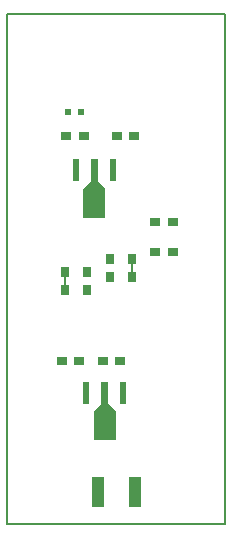
<source format=gbr>
G71*
G90*
G04 Quadcept GERBER*
%MOMM*%
%FSLAX44Y44*%
%ADD10C,0.2*%
%ADD11R,0.6X0.6*%
%ADD12R,0.2X0.8*%
%ADD13R,0.53X1.9*%
%ADD14R,0.8X0.9*%
%ADD15R,0.9X0.8*%
%ADD16R,1.1X2.5*%
G75*
G36*
G01X-0202Y-145005D02*
G01X-18998Y-145005D01*
G01X-18998Y-120621D01*
G01X-12648Y-114271D01*
G01X-12648Y-110715D01*
G01X-12600Y-110715D01*
G01X-12600Y-95500D01*
G01X-6600Y-95500D01*
G01X-6600Y-110715D01*
G01X-6552Y-110715D01*
G01X-6552Y-114271D01*
G01X-0202Y-120621D01*
G01X-0202Y-145005D01*
G37*
G36*
G01X-9202Y43395D02*
G01X-27998Y43395D01*
G01X-27998Y67779D01*
G01X-21648Y74129D01*
G01X-21648Y77685D01*
G01X-21600Y77685D01*
G01X-21600Y92900D01*
G01X-15600Y92900D01*
G01X-15600Y77685D01*
G01X-15552Y77685D01*
G01X-15552Y74129D01*
G01X-9202Y67779D01*
G01X-9202Y43395D01*
G37*
G54D10*
G01X-92710Y-215900D02*
G01X92290Y-215900D01*
G01X92290Y-215900D02*
G01X92290Y215900D01*
G01X92290Y215900D02*
G01X-92710Y215900D01*
G01X-92710Y215900D02*
G01X-92710Y-215900D01*
G54D11*
X-40714Y132834D03*
X-29714D03*
G54D12*
X-43000Y-10000D03*
X13000Y1000D03*
G54D13*
X-25300Y-105000D03*
X6100D03*
X-34300Y83400D03*
X-2900D03*
G54D14*
X-43000Y-17500D03*
X-25000D03*
X-5000Y-6500D03*
X13000D03*
X-43000Y-2500D03*
X-25000D03*
X-5000Y8500D03*
X13000D03*
G54D15*
X-46300Y-78000D03*
X-31300D03*
X-11500D03*
X3500D03*
X33000Y14200D03*
X48000D03*
X33000Y40000D03*
X48000D03*
X-42300Y113000D03*
X-27300D03*
X0400D03*
X15400D03*
G54D16*
X-15500Y-189000D03*
X15500D03*
M02*

</source>
